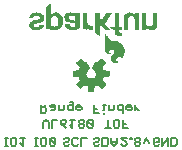
<source format=gbr>
G04 EAGLE Gerber RS-274X export*
G75*
%MOMM*%
%FSLAX34Y34*%
%LPD*%
%INSilkscreen Bottom*%
%IPPOS*%
%AMOC8*
5,1,8,0,0,1.08239X$1,22.5*%
G01*
%ADD10C,0.127000*%

G36*
X90835Y73280D02*
X90835Y73280D01*
X90943Y73294D01*
X90955Y73300D01*
X90969Y73302D01*
X91065Y73354D01*
X91162Y73401D01*
X91172Y73411D01*
X91184Y73417D01*
X91258Y73497D01*
X91335Y73573D01*
X91341Y73585D01*
X91351Y73596D01*
X91396Y73694D01*
X91444Y73791D01*
X91448Y73809D01*
X91452Y73818D01*
X91454Y73839D01*
X91473Y73936D01*
X91916Y78287D01*
X93075Y78658D01*
X93093Y78668D01*
X93190Y78706D01*
X94272Y79263D01*
X97662Y76499D01*
X97756Y76445D01*
X97848Y76388D01*
X97861Y76385D01*
X97873Y76378D01*
X97980Y76357D01*
X98085Y76332D01*
X98099Y76334D01*
X98113Y76331D01*
X98220Y76346D01*
X98328Y76356D01*
X98341Y76362D01*
X98355Y76364D01*
X98452Y76412D01*
X98551Y76457D01*
X98564Y76468D01*
X98573Y76472D01*
X98588Y76488D01*
X98665Y76550D01*
X101250Y79135D01*
X101313Y79224D01*
X101379Y79309D01*
X101384Y79322D01*
X101392Y79334D01*
X101423Y79437D01*
X101459Y79540D01*
X101459Y79554D01*
X101463Y79567D01*
X101459Y79675D01*
X101460Y79784D01*
X101455Y79797D01*
X101455Y79811D01*
X101417Y79913D01*
X101382Y80015D01*
X101373Y80030D01*
X101369Y80039D01*
X101355Y80056D01*
X101301Y80138D01*
X98537Y83528D01*
X99094Y84610D01*
X99100Y84630D01*
X99142Y84725D01*
X99513Y85884D01*
X103864Y86327D01*
X103968Y86355D01*
X104074Y86380D01*
X104086Y86387D01*
X104099Y86390D01*
X104189Y86451D01*
X104282Y86508D01*
X104290Y86519D01*
X104302Y86527D01*
X104368Y86613D01*
X104437Y86697D01*
X104441Y86710D01*
X104450Y86721D01*
X104484Y86824D01*
X104523Y86925D01*
X104524Y86943D01*
X104528Y86952D01*
X104528Y86974D01*
X104537Y87072D01*
X104537Y90728D01*
X104520Y90835D01*
X104506Y90943D01*
X104500Y90955D01*
X104498Y90969D01*
X104446Y91065D01*
X104399Y91162D01*
X104389Y91172D01*
X104383Y91184D01*
X104303Y91258D01*
X104227Y91335D01*
X104215Y91341D01*
X104205Y91351D01*
X104106Y91396D01*
X104009Y91444D01*
X103991Y91448D01*
X103982Y91452D01*
X103961Y91454D01*
X103864Y91473D01*
X99513Y91916D01*
X99142Y93075D01*
X99132Y93093D01*
X99094Y93190D01*
X98537Y94272D01*
X101301Y97662D01*
X101355Y97756D01*
X101412Y97848D01*
X101415Y97861D01*
X101422Y97873D01*
X101443Y97980D01*
X101468Y98085D01*
X101466Y98099D01*
X101469Y98113D01*
X101454Y98220D01*
X101444Y98328D01*
X101438Y98341D01*
X101436Y98355D01*
X101388Y98452D01*
X101343Y98551D01*
X101332Y98564D01*
X101328Y98573D01*
X101312Y98588D01*
X101250Y98665D01*
X98665Y101250D01*
X98576Y101313D01*
X98491Y101379D01*
X98478Y101384D01*
X98466Y101392D01*
X98363Y101423D01*
X98260Y101459D01*
X98246Y101459D01*
X98233Y101463D01*
X98125Y101459D01*
X98016Y101460D01*
X98003Y101455D01*
X97989Y101455D01*
X97887Y101417D01*
X97785Y101382D01*
X97770Y101373D01*
X97761Y101369D01*
X97744Y101355D01*
X97662Y101301D01*
X94272Y98537D01*
X93190Y99094D01*
X93137Y99111D01*
X93088Y99137D01*
X93022Y99148D01*
X92958Y99169D01*
X92902Y99168D01*
X92848Y99177D01*
X92781Y99166D01*
X92714Y99165D01*
X92662Y99147D01*
X92607Y99138D01*
X92547Y99106D01*
X92484Y99083D01*
X92441Y99049D01*
X92392Y99023D01*
X92345Y98974D01*
X92293Y98932D01*
X92263Y98885D01*
X92225Y98845D01*
X92168Y98740D01*
X92160Y98727D01*
X92159Y98722D01*
X92155Y98715D01*
X90002Y93518D01*
X89979Y93419D01*
X89950Y93321D01*
X89951Y93300D01*
X89946Y93280D01*
X89956Y93179D01*
X89961Y93078D01*
X89968Y93058D01*
X89970Y93037D01*
X90012Y92945D01*
X90049Y92850D01*
X90062Y92834D01*
X90071Y92815D01*
X90140Y92741D01*
X90205Y92663D01*
X90228Y92647D01*
X90238Y92637D01*
X90259Y92625D01*
X90326Y92578D01*
X91225Y92072D01*
X91912Y91428D01*
X92427Y90640D01*
X92739Y89752D01*
X92831Y88815D01*
X92698Y87883D01*
X92347Y87009D01*
X91798Y86244D01*
X91084Y85631D01*
X90244Y85206D01*
X89328Y84992D01*
X88386Y85002D01*
X87474Y85236D01*
X86644Y85679D01*
X85943Y86308D01*
X85411Y87085D01*
X85080Y87966D01*
X84967Y88901D01*
X85075Y89818D01*
X85395Y90686D01*
X85909Y91455D01*
X86588Y92082D01*
X87472Y92577D01*
X87552Y92641D01*
X87635Y92701D01*
X87647Y92717D01*
X87663Y92730D01*
X87718Y92816D01*
X87778Y92899D01*
X87784Y92918D01*
X87794Y92935D01*
X87819Y93034D01*
X87849Y93133D01*
X87848Y93152D01*
X87853Y93172D01*
X87844Y93274D01*
X87841Y93376D01*
X87833Y93401D01*
X87832Y93415D01*
X87823Y93437D01*
X87798Y93518D01*
X87690Y93779D01*
X86759Y96026D01*
X86759Y96027D01*
X85828Y98274D01*
X85645Y98715D01*
X85616Y98762D01*
X85595Y98814D01*
X85552Y98865D01*
X85516Y98922D01*
X85473Y98957D01*
X85437Y99000D01*
X85380Y99034D01*
X85328Y99077D01*
X85276Y99096D01*
X85228Y99125D01*
X85162Y99139D01*
X85099Y99163D01*
X85044Y99165D01*
X84990Y99176D01*
X84923Y99169D01*
X84856Y99171D01*
X84802Y99155D01*
X84747Y99148D01*
X84636Y99104D01*
X84622Y99100D01*
X84618Y99097D01*
X84610Y99094D01*
X83528Y98537D01*
X80138Y101301D01*
X80044Y101355D01*
X79952Y101412D01*
X79939Y101415D01*
X79927Y101422D01*
X79820Y101443D01*
X79715Y101468D01*
X79701Y101466D01*
X79687Y101469D01*
X79580Y101454D01*
X79472Y101444D01*
X79459Y101438D01*
X79446Y101436D01*
X79348Y101388D01*
X79249Y101343D01*
X79236Y101332D01*
X79227Y101328D01*
X79212Y101312D01*
X79135Y101250D01*
X76550Y98665D01*
X76487Y98576D01*
X76421Y98491D01*
X76416Y98478D01*
X76408Y98466D01*
X76377Y98363D01*
X76341Y98260D01*
X76341Y98246D01*
X76337Y98233D01*
X76341Y98125D01*
X76340Y98016D01*
X76345Y98003D01*
X76345Y97989D01*
X76383Y97887D01*
X76418Y97785D01*
X76427Y97770D01*
X76431Y97761D01*
X76445Y97744D01*
X76499Y97662D01*
X79263Y94272D01*
X78706Y93190D01*
X78700Y93170D01*
X78658Y93075D01*
X78287Y91916D01*
X73936Y91473D01*
X73832Y91445D01*
X73726Y91420D01*
X73714Y91413D01*
X73701Y91410D01*
X73611Y91349D01*
X73518Y91292D01*
X73510Y91281D01*
X73498Y91273D01*
X73432Y91187D01*
X73364Y91103D01*
X73359Y91090D01*
X73350Y91079D01*
X73316Y90976D01*
X73277Y90875D01*
X73276Y90857D01*
X73272Y90848D01*
X73273Y90826D01*
X73263Y90728D01*
X73263Y87072D01*
X73280Y86965D01*
X73294Y86857D01*
X73300Y86845D01*
X73302Y86831D01*
X73354Y86735D01*
X73401Y86638D01*
X73411Y86628D01*
X73417Y86616D01*
X73497Y86542D01*
X73573Y86465D01*
X73585Y86459D01*
X73596Y86449D01*
X73694Y86404D01*
X73791Y86356D01*
X73809Y86352D01*
X73818Y86348D01*
X73839Y86346D01*
X73936Y86327D01*
X78287Y85884D01*
X78658Y84725D01*
X78668Y84707D01*
X78706Y84610D01*
X79263Y83528D01*
X76499Y80138D01*
X76445Y80044D01*
X76388Y79952D01*
X76385Y79939D01*
X76378Y79927D01*
X76357Y79820D01*
X76332Y79715D01*
X76334Y79701D01*
X76331Y79687D01*
X76346Y79580D01*
X76356Y79472D01*
X76362Y79459D01*
X76364Y79446D01*
X76412Y79348D01*
X76457Y79249D01*
X76468Y79236D01*
X76472Y79227D01*
X76488Y79212D01*
X76550Y79135D01*
X79135Y76550D01*
X79224Y76487D01*
X79309Y76421D01*
X79322Y76416D01*
X79334Y76408D01*
X79437Y76377D01*
X79540Y76341D01*
X79554Y76341D01*
X79567Y76337D01*
X79675Y76341D01*
X79784Y76340D01*
X79797Y76345D01*
X79811Y76345D01*
X79913Y76383D01*
X80015Y76418D01*
X80030Y76427D01*
X80039Y76431D01*
X80056Y76445D01*
X80138Y76499D01*
X83528Y79263D01*
X84610Y78706D01*
X84630Y78700D01*
X84725Y78658D01*
X85884Y78287D01*
X86327Y73936D01*
X86355Y73832D01*
X86380Y73726D01*
X86387Y73714D01*
X86390Y73701D01*
X86451Y73611D01*
X86508Y73518D01*
X86519Y73510D01*
X86527Y73498D01*
X86613Y73432D01*
X86697Y73364D01*
X86710Y73359D01*
X86721Y73350D01*
X86824Y73316D01*
X86925Y73277D01*
X86943Y73276D01*
X86952Y73272D01*
X86974Y73273D01*
X87072Y73263D01*
X90728Y73263D01*
X90835Y73280D01*
G37*
G36*
X110351Y97956D02*
X110351Y97956D01*
X110352Y97955D01*
X111252Y98255D01*
X112052Y98555D01*
X112052Y98556D01*
X112652Y98856D01*
X112653Y98856D01*
X113053Y99156D01*
X113053Y99157D01*
X113054Y99156D01*
X113154Y99256D01*
X113154Y99258D01*
X113155Y99259D01*
X113154Y99261D01*
X113154Y99263D01*
X113152Y99263D01*
X113150Y99265D01*
X112850Y99265D01*
X112849Y99264D01*
X112848Y99265D01*
X112549Y99165D01*
X112251Y99165D01*
X111851Y99265D01*
X111352Y99365D01*
X110953Y99564D01*
X110554Y99864D01*
X110355Y100162D01*
X110255Y100462D01*
X110254Y100462D01*
X110155Y100662D01*
X110055Y100960D01*
X110155Y101258D01*
X110155Y101259D01*
X110255Y101658D01*
X110454Y101957D01*
X110454Y101958D01*
X110654Y102357D01*
X110953Y102656D01*
X111253Y102856D01*
X111653Y103156D01*
X111952Y103356D01*
X112751Y103755D01*
X113449Y103755D01*
X113748Y103656D01*
X114046Y103457D01*
X114145Y103158D01*
X114245Y102859D01*
X114245Y102060D01*
X114246Y102059D01*
X114245Y102058D01*
X114247Y102058D01*
X114249Y102055D01*
X114251Y102056D01*
X114252Y102056D01*
X115052Y102456D01*
X115053Y102457D01*
X115054Y102457D01*
X115854Y103357D01*
X115854Y103358D01*
X116554Y104558D01*
X116555Y104558D01*
X117055Y105958D01*
X117055Y105959D01*
X117355Y107559D01*
X117354Y107560D01*
X117355Y107560D01*
X117255Y109360D01*
X117254Y109361D01*
X117255Y109361D01*
X116755Y111161D01*
X116754Y111162D01*
X115754Y112962D01*
X115754Y112963D01*
X115054Y113863D01*
X115054Y113864D01*
X114254Y114664D01*
X114253Y114664D01*
X113453Y115364D01*
X112453Y115964D01*
X112452Y115964D01*
X112452Y115965D01*
X111452Y116365D01*
X111451Y116365D01*
X110351Y116665D01*
X109151Y116865D01*
X109150Y116865D01*
X107250Y116865D01*
X106652Y116965D01*
X106153Y117264D01*
X105653Y117664D01*
X105154Y118064D01*
X104654Y118663D01*
X104654Y118664D01*
X103354Y119963D01*
X102854Y120663D01*
X102854Y120664D01*
X102254Y121263D01*
X101754Y121863D01*
X101754Y121864D01*
X101254Y122363D01*
X100954Y122763D01*
X100954Y122764D01*
X100654Y123063D01*
X100454Y123363D01*
X100451Y123364D01*
X100450Y123365D01*
X100350Y123365D01*
X100345Y123361D01*
X100345Y123360D01*
X100345Y110560D01*
X100345Y110559D01*
X100545Y108759D01*
X100546Y108759D01*
X100545Y108758D01*
X100745Y108158D01*
X100746Y108158D01*
X101046Y107558D01*
X101046Y107557D01*
X101346Y107057D01*
X101347Y107057D01*
X101347Y107056D01*
X101847Y106756D01*
X102247Y106456D01*
X102248Y106456D01*
X102248Y106455D01*
X103248Y106055D01*
X103249Y106056D01*
X103249Y106055D01*
X103849Y105955D01*
X103850Y105955D01*
X104650Y105955D01*
X104651Y105956D01*
X104651Y105955D01*
X105051Y106055D01*
X105250Y106055D01*
X105251Y106056D01*
X105252Y106056D01*
X105452Y106156D01*
X105453Y106156D01*
X105453Y106158D01*
X105455Y106162D01*
X105453Y106162D01*
X105454Y106164D01*
X105354Y106264D01*
X105352Y106264D01*
X104952Y106464D01*
X104952Y106465D01*
X104653Y106564D01*
X104454Y106764D01*
X104254Y106963D01*
X104055Y107262D01*
X103955Y107561D01*
X103955Y107859D01*
X104055Y108158D01*
X104254Y108557D01*
X104553Y108856D01*
X104852Y109056D01*
X105351Y109255D01*
X105851Y109355D01*
X106649Y109355D01*
X107448Y109155D01*
X108047Y108756D01*
X108446Y108258D01*
X108645Y107659D01*
X108645Y106961D01*
X108346Y106263D01*
X107646Y105463D01*
X106846Y104563D01*
X106146Y103763D01*
X106146Y103762D01*
X105646Y102862D01*
X105645Y102861D01*
X105445Y101961D01*
X105445Y101960D01*
X105445Y101160D01*
X105446Y101159D01*
X105445Y101158D01*
X105745Y100258D01*
X105746Y100258D01*
X105746Y100257D01*
X106246Y99557D01*
X106247Y99557D01*
X106247Y99556D01*
X107147Y98756D01*
X107148Y98756D01*
X108248Y98156D01*
X108249Y98156D01*
X108249Y98155D01*
X109349Y97955D01*
X109350Y97955D01*
X110350Y97955D01*
X110351Y97956D01*
G37*
G36*
X58750Y125955D02*
X58750Y125955D01*
X60250Y126055D01*
X60251Y126056D01*
X60252Y126055D01*
X61652Y126555D01*
X61652Y126556D01*
X61653Y126556D01*
X62753Y127256D01*
X62753Y127257D01*
X62754Y127257D01*
X63654Y128257D01*
X64354Y129357D01*
X64354Y129358D01*
X64355Y129359D01*
X64755Y130659D01*
X65055Y132059D01*
X65055Y132060D01*
X65155Y133560D01*
X65055Y134960D01*
X65055Y134961D01*
X64755Y136261D01*
X64754Y136261D01*
X64755Y136262D01*
X64255Y137462D01*
X64254Y137462D01*
X63654Y138562D01*
X63653Y138563D01*
X63654Y138564D01*
X62754Y139464D01*
X62753Y139464D01*
X61653Y140264D01*
X61652Y140264D01*
X61652Y140265D01*
X60452Y140665D01*
X60451Y140664D01*
X60451Y140665D01*
X58951Y140865D01*
X58950Y140864D01*
X58949Y140865D01*
X57149Y140565D01*
X57149Y140564D01*
X57148Y140564D01*
X56548Y140264D01*
X56547Y140264D01*
X55547Y139664D01*
X55547Y139663D01*
X55546Y139663D01*
X54748Y138665D01*
X54655Y138665D01*
X54655Y148860D01*
X54654Y148861D01*
X54654Y148863D01*
X54652Y148863D01*
X54651Y148865D01*
X54649Y148863D01*
X54646Y148864D01*
X53747Y147964D01*
X52247Y146764D01*
X52246Y146764D01*
X51347Y145864D01*
X50847Y145464D01*
X50846Y145461D01*
X50845Y145460D01*
X50845Y126960D01*
X50848Y126957D01*
X50849Y126955D01*
X51249Y126855D01*
X51749Y126755D01*
X51750Y126755D01*
X52249Y126755D01*
X52649Y126655D01*
X53149Y126555D01*
X53549Y126455D01*
X54549Y126255D01*
X54550Y126256D01*
X54555Y126258D01*
X54554Y126259D01*
X54555Y126260D01*
X54555Y128046D01*
X54946Y127557D01*
X54947Y127557D01*
X54946Y127556D01*
X55346Y127156D01*
X55347Y127156D01*
X55847Y126756D01*
X56847Y126156D01*
X56849Y126156D01*
X56849Y126155D01*
X58049Y125955D01*
X58050Y125955D01*
X58750Y125955D01*
X58750Y125955D01*
G37*
G36*
X74451Y125955D02*
X74451Y125955D01*
X74951Y126055D01*
X75550Y126055D01*
X75551Y126055D01*
X76051Y126155D01*
X76051Y126156D01*
X76052Y126155D01*
X76551Y126355D01*
X77051Y126455D01*
X77051Y126456D01*
X77052Y126455D01*
X77552Y126655D01*
X77552Y126656D01*
X77553Y126656D01*
X78753Y127556D01*
X78753Y127557D01*
X78754Y127557D01*
X79054Y127957D01*
X79054Y127958D01*
X79254Y128358D01*
X79255Y128358D01*
X79455Y128858D01*
X79454Y128859D01*
X79455Y128859D01*
X79555Y129359D01*
X79555Y129360D01*
X79555Y138059D01*
X79654Y138258D01*
X79654Y138259D01*
X79655Y138260D01*
X79655Y139159D01*
X79754Y139358D01*
X79754Y139359D01*
X79755Y139360D01*
X79755Y139559D01*
X79854Y139758D01*
X79854Y139759D01*
X79855Y139760D01*
X79855Y140059D01*
X79954Y140257D01*
X80054Y140356D01*
X80054Y140358D01*
X80054Y140359D01*
X80055Y140360D01*
X80055Y140460D01*
X80051Y140465D01*
X80050Y140465D01*
X76150Y140465D01*
X76145Y140461D01*
X76145Y140460D01*
X76145Y140362D01*
X76046Y140264D01*
X76046Y140262D01*
X76045Y140261D01*
X76045Y140260D01*
X76045Y140162D01*
X75946Y140064D01*
X75946Y140062D01*
X75946Y140061D01*
X75945Y140060D01*
X75945Y139762D01*
X75846Y139664D01*
X75846Y139661D01*
X75845Y139660D01*
X75845Y139076D01*
X75654Y139363D01*
X75653Y139363D01*
X75653Y139364D01*
X75353Y139564D01*
X75154Y139764D01*
X75153Y139764D01*
X74853Y139964D01*
X74852Y139964D01*
X74852Y139965D01*
X74552Y140065D01*
X74253Y140264D01*
X74252Y140264D01*
X74252Y140265D01*
X73052Y140665D01*
X73051Y140664D01*
X73050Y140665D01*
X72751Y140665D01*
X72452Y140765D01*
X72451Y140764D01*
X72450Y140765D01*
X72051Y140765D01*
X71752Y140865D01*
X71751Y140864D01*
X71750Y140865D01*
X70650Y140865D01*
X70649Y140865D01*
X70150Y140765D01*
X69650Y140765D01*
X69649Y140764D01*
X69649Y140765D01*
X69249Y140665D01*
X69249Y140664D01*
X69248Y140665D01*
X68748Y140465D01*
X68748Y140464D01*
X68348Y140264D01*
X68347Y140264D01*
X68048Y140064D01*
X67648Y139864D01*
X67647Y139863D01*
X67646Y139864D01*
X67346Y139564D01*
X67346Y139563D01*
X67146Y139263D01*
X66846Y138863D01*
X66646Y138563D01*
X66646Y138562D01*
X66646Y138561D01*
X66645Y138561D01*
X66545Y138062D01*
X66346Y137662D01*
X66346Y137661D01*
X66345Y137660D01*
X66345Y137161D01*
X66245Y136661D01*
X66246Y136660D01*
X66245Y136659D01*
X66445Y135559D01*
X66446Y135559D01*
X66445Y135558D01*
X66745Y134658D01*
X66746Y134658D01*
X67146Y133958D01*
X67147Y133957D01*
X67147Y133956D01*
X67847Y133356D01*
X67848Y133356D01*
X68548Y132956D01*
X68548Y132955D01*
X69348Y132655D01*
X69349Y132655D01*
X70149Y132455D01*
X72849Y132155D01*
X73549Y132055D01*
X74249Y131855D01*
X74848Y131656D01*
X75347Y131356D01*
X75645Y130958D01*
X75645Y129861D01*
X75346Y129263D01*
X75246Y129164D01*
X75246Y129162D01*
X75146Y128964D01*
X74549Y128665D01*
X74350Y128665D01*
X74349Y128664D01*
X74348Y128664D01*
X74149Y128565D01*
X72351Y128565D01*
X71353Y129064D01*
X70954Y129463D01*
X70855Y129662D01*
X70755Y129962D01*
X70754Y129962D01*
X70655Y130161D01*
X70655Y130660D01*
X70651Y130665D01*
X70650Y130665D01*
X66750Y130665D01*
X66749Y130664D01*
X66745Y130661D01*
X66746Y130660D01*
X66745Y130659D01*
X66945Y129459D01*
X66946Y129459D01*
X66945Y129458D01*
X67145Y128858D01*
X67146Y128858D01*
X67146Y128857D01*
X67446Y128457D01*
X67746Y127957D01*
X68046Y127557D01*
X68047Y127557D01*
X68047Y127556D01*
X68447Y127256D01*
X69447Y126656D01*
X69448Y126656D01*
X69448Y126655D01*
X69948Y126455D01*
X69949Y126456D01*
X69949Y126455D01*
X70449Y126355D01*
X71048Y126155D01*
X71049Y126156D01*
X71049Y126155D01*
X71649Y126055D01*
X72149Y125955D01*
X72150Y125955D01*
X74450Y125955D01*
X74451Y125955D01*
G37*
G36*
X96251Y120956D02*
X96251Y120956D01*
X96254Y120957D01*
X96254Y120959D01*
X96255Y120960D01*
X96255Y131348D01*
X101146Y126257D01*
X101149Y126256D01*
X101150Y126255D01*
X105750Y126255D01*
X105751Y126256D01*
X105753Y126256D01*
X105753Y126258D01*
X105755Y126259D01*
X105753Y126261D01*
X105754Y126264D01*
X100456Y131461D01*
X106354Y140457D01*
X106354Y140459D01*
X106355Y140459D01*
X106354Y140461D01*
X106353Y140464D01*
X106351Y140464D01*
X106350Y140465D01*
X101650Y140465D01*
X101648Y140463D01*
X101646Y140463D01*
X97749Y134168D01*
X96255Y135562D01*
X96255Y140460D01*
X96251Y140465D01*
X96250Y140465D01*
X92350Y140465D01*
X92345Y140461D01*
X92345Y140460D01*
X92345Y123060D01*
X92347Y123058D01*
X92348Y123056D01*
X96248Y120956D01*
X96249Y120956D01*
X96249Y120955D01*
X96251Y120956D01*
G37*
G36*
X139850Y125955D02*
X139850Y125955D01*
X141250Y126055D01*
X141251Y126056D01*
X141251Y126055D01*
X142351Y126355D01*
X142352Y126356D01*
X143252Y126856D01*
X143253Y126857D01*
X143254Y126856D01*
X143954Y127556D01*
X143954Y127557D01*
X144454Y128357D01*
X144454Y128358D01*
X144455Y128359D01*
X144755Y129359D01*
X144955Y130459D01*
X144955Y130460D01*
X145055Y131760D01*
X145055Y140460D01*
X145051Y140465D01*
X145050Y140465D01*
X141150Y140465D01*
X141145Y140461D01*
X141145Y140460D01*
X141145Y132460D01*
X141045Y131661D01*
X140945Y130961D01*
X140845Y130362D01*
X140546Y129863D01*
X140247Y129464D01*
X139748Y129165D01*
X139249Y129065D01*
X138650Y128965D01*
X137851Y129065D01*
X137252Y129165D01*
X136753Y129464D01*
X136354Y129963D01*
X136055Y130462D01*
X135755Y131161D01*
X135655Y132060D01*
X135655Y140460D01*
X135651Y140465D01*
X135650Y140465D01*
X131750Y140465D01*
X131745Y140461D01*
X131745Y140460D01*
X131745Y126260D01*
X131749Y126255D01*
X131750Y126255D01*
X135450Y126255D01*
X135455Y126259D01*
X135455Y126260D01*
X135455Y128255D01*
X135547Y128255D01*
X135946Y127657D01*
X135947Y127657D01*
X135946Y127656D01*
X136346Y127256D01*
X136347Y127256D01*
X136847Y126856D01*
X137447Y126456D01*
X137448Y126456D01*
X137448Y126455D01*
X138648Y126055D01*
X138649Y126056D01*
X138649Y126055D01*
X139249Y125955D01*
X139250Y125955D01*
X139850Y125955D01*
X139850Y125955D01*
G37*
G36*
X120255Y126259D02*
X120255Y126259D01*
X120255Y126260D01*
X120255Y134260D01*
X120355Y135059D01*
X120455Y135859D01*
X120555Y136458D01*
X120854Y136857D01*
X121153Y137256D01*
X121652Y137555D01*
X122151Y137655D01*
X122750Y137755D01*
X123549Y137655D01*
X124148Y137555D01*
X124647Y137256D01*
X125046Y136857D01*
X125345Y136258D01*
X125645Y135559D01*
X125745Y134760D01*
X125745Y126260D01*
X125749Y126255D01*
X125750Y126255D01*
X129650Y126255D01*
X129655Y126259D01*
X129655Y126260D01*
X129655Y140460D01*
X129651Y140465D01*
X129650Y140465D01*
X125950Y140465D01*
X125945Y140461D01*
X125945Y140460D01*
X125945Y138465D01*
X125853Y138465D01*
X125454Y139063D01*
X125054Y139563D01*
X125053Y139563D01*
X125053Y139564D01*
X124553Y139964D01*
X124552Y139964D01*
X123952Y140264D01*
X123952Y140265D01*
X123452Y140465D01*
X122852Y140665D01*
X122851Y140665D01*
X122151Y140765D01*
X121551Y140865D01*
X121550Y140865D01*
X121524Y140863D01*
X121455Y140858D01*
X121385Y140853D01*
X121316Y140848D01*
X121246Y140843D01*
X121176Y140838D01*
X121107Y140833D01*
X121037Y140828D01*
X120968Y140823D01*
X120898Y140818D01*
X120829Y140813D01*
X120759Y140809D01*
X120690Y140804D01*
X120689Y140804D01*
X120620Y140799D01*
X120550Y140794D01*
X120481Y140789D01*
X120411Y140784D01*
X120342Y140779D01*
X120272Y140774D01*
X120203Y140769D01*
X120150Y140765D01*
X120149Y140764D01*
X120148Y140765D01*
X119048Y140365D01*
X119048Y140364D01*
X118148Y139864D01*
X118147Y139864D01*
X117447Y139264D01*
X117447Y139263D01*
X117446Y139262D01*
X116946Y138362D01*
X116945Y138361D01*
X116645Y137361D01*
X116445Y136261D01*
X116445Y136260D01*
X116445Y126260D01*
X116449Y126255D01*
X116450Y126255D01*
X120250Y126255D01*
X120255Y126259D01*
G37*
G36*
X43750Y125955D02*
X43750Y125955D01*
X43751Y125955D01*
X44851Y126155D01*
X45851Y126455D01*
X45852Y126456D01*
X45852Y126455D01*
X46752Y126855D01*
X46752Y126856D01*
X46753Y126856D01*
X47553Y127456D01*
X47553Y127457D01*
X47554Y127457D01*
X48154Y128257D01*
X48154Y128258D01*
X48654Y129258D01*
X48655Y129259D01*
X48654Y129259D01*
X48655Y129259D01*
X48855Y130459D01*
X48854Y130460D01*
X48851Y130465D01*
X48851Y130464D01*
X48850Y130465D01*
X45150Y130465D01*
X45146Y130462D01*
X45145Y130461D01*
X45045Y129961D01*
X44846Y129462D01*
X44646Y129164D01*
X44348Y128964D01*
X43948Y128765D01*
X43449Y128565D01*
X41751Y128565D01*
X41452Y128665D01*
X41451Y128665D01*
X41051Y128765D01*
X40753Y128864D01*
X40554Y129163D01*
X40355Y129462D01*
X40355Y129859D01*
X40455Y130258D01*
X40754Y130656D01*
X41153Y130956D01*
X41752Y131255D01*
X42351Y131455D01*
X43151Y131555D01*
X45551Y132155D01*
X46451Y132355D01*
X46452Y132356D01*
X47852Y133156D01*
X47853Y133156D01*
X48453Y133656D01*
X48453Y133657D01*
X48454Y133657D01*
X48854Y134257D01*
X48854Y134258D01*
X48855Y134258D01*
X49155Y134958D01*
X49154Y134959D01*
X49155Y134959D01*
X49255Y135859D01*
X49254Y135860D01*
X49255Y135861D01*
X49055Y137161D01*
X49054Y137161D01*
X49055Y137162D01*
X48655Y138262D01*
X48654Y138262D01*
X48654Y138263D01*
X48054Y139063D01*
X48053Y139063D01*
X48053Y139064D01*
X47253Y139764D01*
X47252Y139764D01*
X46252Y140264D01*
X46251Y140265D01*
X45151Y140565D01*
X43951Y140765D01*
X43950Y140765D01*
X42750Y140865D01*
X41550Y140765D01*
X41549Y140765D01*
X40349Y140565D01*
X39249Y140265D01*
X39248Y140264D01*
X38248Y139764D01*
X38247Y139764D01*
X37447Y139064D01*
X37447Y139063D01*
X37446Y139063D01*
X36746Y138163D01*
X36746Y138162D01*
X36745Y138162D01*
X36345Y137162D01*
X36346Y137161D01*
X36345Y137161D01*
X36145Y135861D01*
X36145Y135860D01*
X36149Y135855D01*
X36149Y135856D01*
X36150Y135855D01*
X39850Y135855D01*
X39855Y135859D01*
X39855Y135860D01*
X39855Y136459D01*
X40054Y136957D01*
X40354Y137356D01*
X40753Y137656D01*
X41152Y137955D01*
X41751Y138055D01*
X42251Y138155D01*
X42850Y138255D01*
X43249Y138155D01*
X43250Y138156D01*
X43250Y138155D01*
X43649Y138155D01*
X44048Y138055D01*
X44447Y137856D01*
X44847Y137556D01*
X45146Y137257D01*
X45245Y136859D01*
X45345Y136460D01*
X45245Y136062D01*
X45046Y135663D01*
X44647Y135364D01*
X44148Y135065D01*
X43549Y134865D01*
X41949Y134465D01*
X40949Y134265D01*
X40049Y134065D01*
X40049Y134064D01*
X40048Y134065D01*
X39248Y133765D01*
X38548Y133465D01*
X38548Y133464D01*
X37848Y133064D01*
X37847Y133064D01*
X37247Y132664D01*
X37247Y132663D01*
X37246Y132663D01*
X36846Y132063D01*
X36846Y132062D01*
X36845Y132062D01*
X36545Y131362D01*
X36546Y131362D01*
X36546Y131361D01*
X36545Y131361D01*
X36445Y130461D01*
X36445Y130460D01*
X36545Y129260D01*
X36546Y129259D01*
X36545Y129258D01*
X36945Y128258D01*
X36946Y128258D01*
X36946Y128257D01*
X37646Y127457D01*
X37647Y127457D01*
X37647Y127456D01*
X38347Y126856D01*
X38348Y126856D01*
X39348Y126356D01*
X39349Y126356D01*
X39349Y126355D01*
X40349Y126155D01*
X41449Y125955D01*
X41450Y125955D01*
X43750Y125955D01*
X43750Y125955D01*
G37*
G36*
X115251Y120956D02*
X115251Y120956D01*
X115252Y120956D01*
X115452Y121056D01*
X115453Y121059D01*
X115454Y121059D01*
X115455Y121060D01*
X115455Y123860D01*
X115451Y123865D01*
X115450Y123865D01*
X113751Y123865D01*
X113352Y123965D01*
X112953Y124164D01*
X112754Y124462D01*
X112655Y124661D01*
X112655Y125060D01*
X112654Y125061D01*
X112655Y125061D01*
X112555Y125461D01*
X112555Y126255D01*
X115250Y126255D01*
X115255Y126259D01*
X115255Y126260D01*
X115255Y128860D01*
X115251Y128865D01*
X115250Y128865D01*
X112555Y128865D01*
X112555Y140460D01*
X112551Y140465D01*
X112550Y140465D01*
X108750Y140465D01*
X108745Y140461D01*
X108745Y140460D01*
X108745Y128865D01*
X104850Y128865D01*
X104848Y128864D01*
X104846Y128863D01*
X104847Y128862D01*
X104845Y128861D01*
X104847Y128859D01*
X104847Y128856D01*
X105247Y128556D01*
X106846Y126956D01*
X106847Y126956D01*
X107246Y126656D01*
X107546Y126257D01*
X107549Y126256D01*
X107550Y126255D01*
X108745Y126255D01*
X108745Y124260D01*
X108746Y124259D01*
X108745Y124258D01*
X109045Y123458D01*
X109345Y122758D01*
X109346Y122758D01*
X109346Y122757D01*
X109846Y122157D01*
X109847Y122157D01*
X109847Y122156D01*
X110547Y121656D01*
X110548Y121656D01*
X111348Y121256D01*
X111349Y121255D01*
X112349Y120955D01*
X112349Y120956D01*
X112350Y120955D01*
X115250Y120955D01*
X115251Y120956D01*
G37*
G36*
X90652Y125957D02*
X90652Y125957D01*
X90654Y125956D01*
X90752Y126055D01*
X90850Y126055D01*
X90855Y126059D01*
X90855Y126060D01*
X90855Y129660D01*
X90851Y129665D01*
X90850Y129665D01*
X90750Y129665D01*
X90749Y129664D01*
X90748Y129664D01*
X90549Y129565D01*
X89450Y129565D01*
X88451Y129665D01*
X87652Y129865D01*
X86953Y130264D01*
X86454Y130863D01*
X86055Y131562D01*
X85855Y132261D01*
X85655Y133161D01*
X85655Y140460D01*
X85651Y140465D01*
X85650Y140465D01*
X81750Y140465D01*
X81745Y140461D01*
X81745Y140460D01*
X81745Y126960D01*
X81748Y126956D01*
X81749Y126955D01*
X82249Y126855D01*
X82649Y126755D01*
X82650Y126756D01*
X82650Y126755D01*
X83150Y126755D01*
X83649Y126655D01*
X84049Y126555D01*
X84549Y126455D01*
X85049Y126355D01*
X85449Y126255D01*
X85450Y126256D01*
X85455Y126258D01*
X85454Y126259D01*
X85455Y126260D01*
X85455Y128941D01*
X85846Y128258D01*
X85846Y128257D01*
X86246Y127757D01*
X86746Y127157D01*
X86747Y127157D01*
X86747Y127156D01*
X87247Y126756D01*
X87248Y126756D01*
X87948Y126356D01*
X87948Y126355D01*
X88548Y126155D01*
X88549Y126155D01*
X89249Y125955D01*
X89249Y125956D01*
X89250Y125955D01*
X90650Y125955D01*
X90652Y125957D01*
G37*
%LPC*%
G36*
X57051Y128965D02*
X57051Y128965D01*
X56253Y129264D01*
X55753Y129664D01*
X55254Y130263D01*
X54955Y130962D01*
X54655Y131761D01*
X54555Y132560D01*
X54555Y134259D01*
X54755Y135059D01*
X54955Y135858D01*
X55254Y136557D01*
X55753Y137056D01*
X56352Y137556D01*
X57051Y137755D01*
X57950Y137855D01*
X58749Y137755D01*
X59548Y137555D01*
X60146Y137057D01*
X60546Y136557D01*
X60845Y135858D01*
X61145Y135059D01*
X61245Y134260D01*
X61245Y132560D01*
X61145Y131761D01*
X60845Y130962D01*
X60546Y130263D01*
X60047Y129664D01*
X59448Y129264D01*
X58749Y128965D01*
X57850Y128865D01*
X57051Y128965D01*
G37*
%LPD*%
%LPC*%
G36*
X75454Y133764D02*
X75454Y133764D01*
X75451Y133764D01*
X75450Y133765D01*
X75251Y133765D01*
X74852Y133964D01*
X74851Y133964D01*
X74851Y133965D01*
X74850Y133965D01*
X74651Y133965D01*
X74452Y134064D01*
X74451Y134064D01*
X74450Y134065D01*
X74051Y134065D01*
X73852Y134164D01*
X73851Y134164D01*
X73850Y134165D01*
X73651Y134165D01*
X73352Y134265D01*
X73351Y134264D01*
X73350Y134265D01*
X72951Y134265D01*
X72652Y134365D01*
X72651Y134364D01*
X72650Y134365D01*
X72251Y134365D01*
X72052Y134464D01*
X72051Y134464D01*
X72050Y134465D01*
X71851Y134465D01*
X71552Y134565D01*
X71353Y134664D01*
X71254Y134764D01*
X71252Y134764D01*
X70853Y134964D01*
X70754Y135064D01*
X70752Y135064D01*
X70554Y135164D01*
X70255Y135761D01*
X70255Y135960D01*
X70254Y135961D01*
X70254Y135962D01*
X70155Y136161D01*
X70155Y136659D01*
X70255Y136958D01*
X70254Y136959D01*
X70255Y136960D01*
X70255Y137159D01*
X70354Y137357D01*
X70454Y137456D01*
X70454Y137458D01*
X70554Y137656D01*
X70752Y137756D01*
X70753Y137757D01*
X70754Y137756D01*
X70853Y137856D01*
X71251Y138055D01*
X71450Y138055D01*
X71451Y138056D01*
X71452Y138056D01*
X71651Y138155D01*
X71850Y138155D01*
X71851Y138156D01*
X71852Y138156D01*
X72051Y138255D01*
X72550Y138255D01*
X73049Y138155D01*
X73050Y138155D01*
X73549Y138155D01*
X73948Y137956D01*
X73949Y137956D01*
X73949Y137955D01*
X74348Y137855D01*
X74647Y137656D01*
X74846Y137457D01*
X75046Y137157D01*
X75047Y137157D01*
X75046Y137156D01*
X75246Y136957D01*
X75345Y136658D01*
X75445Y136358D01*
X75446Y136358D01*
X75545Y136158D01*
X75645Y135859D01*
X75645Y133572D01*
X75454Y133764D01*
G37*
%LPD*%
D10*
X146385Y29205D02*
X145241Y28061D01*
X142953Y28061D01*
X141809Y29205D01*
X141809Y33781D01*
X142953Y34925D01*
X145241Y34925D01*
X146385Y33781D01*
X146385Y31493D01*
X144097Y31493D01*
X149293Y34925D02*
X149293Y28061D01*
X153869Y34925D01*
X153869Y28061D01*
X156777Y28061D02*
X156777Y34925D01*
X160209Y34925D01*
X161353Y33781D01*
X161353Y29205D01*
X160209Y28061D01*
X156777Y28061D01*
X119114Y34925D02*
X114538Y34925D01*
X119114Y30349D01*
X119114Y29205D01*
X117970Y28061D01*
X115682Y28061D01*
X114538Y29205D01*
X122022Y33781D02*
X122022Y34925D01*
X122022Y33781D02*
X123166Y33781D01*
X123166Y34925D01*
X122022Y34925D01*
X125764Y29205D02*
X126908Y28061D01*
X129196Y28061D01*
X130340Y29205D01*
X130340Y30349D01*
X129196Y31493D01*
X130340Y32637D01*
X130340Y33781D01*
X129196Y34925D01*
X126908Y34925D01*
X125764Y33781D01*
X125764Y32637D01*
X126908Y31493D01*
X125764Y30349D01*
X125764Y29205D01*
X126908Y31493D02*
X129196Y31493D01*
X133248Y30349D02*
X135536Y34925D01*
X137824Y30349D01*
X95585Y29205D02*
X94441Y28061D01*
X92153Y28061D01*
X91009Y29205D01*
X91009Y30349D01*
X92153Y31493D01*
X94441Y31493D01*
X95585Y32637D01*
X95585Y33781D01*
X94441Y34925D01*
X92153Y34925D01*
X91009Y33781D01*
X98493Y34925D02*
X98493Y28061D01*
X98493Y34925D02*
X101925Y34925D01*
X103069Y33781D01*
X103069Y29205D01*
X101925Y28061D01*
X98493Y28061D01*
X105977Y30349D02*
X105977Y34925D01*
X105977Y30349D02*
X108265Y28061D01*
X110553Y30349D01*
X110553Y34925D01*
X110553Y31493D02*
X105977Y31493D01*
X70185Y29205D02*
X69041Y28061D01*
X66753Y28061D01*
X65609Y29205D01*
X65609Y30349D01*
X66753Y31493D01*
X69041Y31493D01*
X70185Y32637D01*
X70185Y33781D01*
X69041Y34925D01*
X66753Y34925D01*
X65609Y33781D01*
X76525Y28061D02*
X77669Y29205D01*
X76525Y28061D02*
X74237Y28061D01*
X73093Y29205D01*
X73093Y33781D01*
X74237Y34925D01*
X76525Y34925D01*
X77669Y33781D01*
X80577Y34925D02*
X80577Y28061D01*
X80577Y34925D02*
X85153Y34925D01*
X43744Y34925D02*
X41456Y34925D01*
X42600Y34925D02*
X42600Y28061D01*
X41456Y28061D02*
X43744Y28061D01*
X47590Y28061D02*
X49877Y28061D01*
X47590Y28061D02*
X46446Y29205D01*
X46446Y33781D01*
X47590Y34925D01*
X49877Y34925D01*
X51021Y33781D01*
X51021Y29205D01*
X49877Y28061D01*
X53930Y29205D02*
X53930Y33781D01*
X53930Y29205D02*
X55074Y28061D01*
X57362Y28061D01*
X58506Y29205D01*
X58506Y33781D01*
X57362Y34925D01*
X55074Y34925D01*
X53930Y33781D01*
X58506Y29205D01*
X18344Y34925D02*
X16056Y34925D01*
X17200Y34925D02*
X17200Y28061D01*
X16056Y28061D02*
X18344Y28061D01*
X22190Y28061D02*
X24477Y28061D01*
X22190Y28061D02*
X21046Y29205D01*
X21046Y33781D01*
X22190Y34925D01*
X24477Y34925D01*
X25621Y33781D01*
X25621Y29205D01*
X24477Y28061D01*
X28530Y30349D02*
X30818Y28061D01*
X30818Y34925D01*
X28530Y34925D02*
X33106Y34925D01*
X48372Y43301D02*
X48372Y47877D01*
X50660Y50165D01*
X52948Y47877D01*
X52948Y43301D01*
X55856Y43301D02*
X55856Y50165D01*
X60432Y50165D01*
X65628Y44445D02*
X67916Y43301D01*
X65628Y44445D02*
X63340Y46733D01*
X63340Y49021D01*
X64484Y50165D01*
X66772Y50165D01*
X67916Y49021D01*
X67916Y47877D01*
X66772Y46733D01*
X63340Y46733D01*
X70825Y45589D02*
X73113Y43301D01*
X73113Y50165D01*
X70825Y50165D02*
X75401Y50165D01*
X78309Y44445D02*
X79453Y43301D01*
X81741Y43301D01*
X82885Y44445D01*
X82885Y45589D01*
X81741Y46733D01*
X82885Y47877D01*
X82885Y49021D01*
X81741Y50165D01*
X79453Y50165D01*
X78309Y49021D01*
X78309Y47877D01*
X79453Y46733D01*
X78309Y45589D01*
X78309Y44445D01*
X79453Y46733D02*
X81741Y46733D01*
X85793Y49021D02*
X85793Y44445D01*
X86937Y43301D01*
X89225Y43301D01*
X90369Y44445D01*
X90369Y49021D01*
X89225Y50165D01*
X86937Y50165D01*
X85793Y49021D01*
X90369Y44445D01*
X103049Y43301D02*
X103049Y50165D01*
X100761Y43301D02*
X105337Y43301D01*
X109389Y43301D02*
X111677Y43301D01*
X109389Y43301D02*
X108245Y44445D01*
X108245Y49021D01*
X109389Y50165D01*
X111677Y50165D01*
X112821Y49021D01*
X112821Y44445D01*
X111677Y43301D01*
X115730Y43301D02*
X115730Y50165D01*
X115730Y43301D02*
X120305Y43301D01*
X118018Y46733D02*
X115730Y46733D01*
X46501Y56001D02*
X46501Y62865D01*
X46501Y56001D02*
X49933Y56001D01*
X51077Y57145D01*
X51077Y59433D01*
X49933Y60577D01*
X46501Y60577D01*
X48789Y60577D02*
X51077Y62865D01*
X55129Y58289D02*
X57417Y58289D01*
X58561Y59433D01*
X58561Y62865D01*
X55129Y62865D01*
X53985Y61721D01*
X55129Y60577D01*
X58561Y60577D01*
X61469Y62865D02*
X61469Y58289D01*
X64901Y58289D01*
X66045Y59433D01*
X66045Y62865D01*
X71242Y65153D02*
X72386Y65153D01*
X73530Y64009D01*
X73530Y58289D01*
X70098Y58289D01*
X68954Y59433D01*
X68954Y61721D01*
X70098Y62865D01*
X73530Y62865D01*
X77582Y62865D02*
X79870Y62865D01*
X77582Y62865D02*
X76438Y61721D01*
X76438Y59433D01*
X77582Y58289D01*
X79870Y58289D01*
X81014Y59433D01*
X81014Y60577D01*
X76438Y60577D01*
X91406Y62865D02*
X91406Y56001D01*
X95982Y56001D01*
X93694Y59433D02*
X91406Y59433D01*
X98890Y58289D02*
X100034Y58289D01*
X100034Y62865D01*
X98890Y62865D02*
X101178Y62865D01*
X100034Y56001D02*
X100034Y54857D01*
X103880Y58289D02*
X103880Y62865D01*
X103880Y58289D02*
X107312Y58289D01*
X108456Y59433D01*
X108456Y62865D01*
X115940Y62865D02*
X115940Y56001D01*
X115940Y62865D02*
X112508Y62865D01*
X111364Y61721D01*
X111364Y59433D01*
X112508Y58289D01*
X115940Y58289D01*
X119992Y62865D02*
X122280Y62865D01*
X119992Y62865D02*
X118848Y61721D01*
X118848Y59433D01*
X119992Y58289D01*
X122280Y58289D01*
X123424Y59433D01*
X123424Y60577D01*
X118848Y60577D01*
X126332Y62865D02*
X126332Y58289D01*
X126332Y60577D02*
X128620Y58289D01*
X129764Y58289D01*
M02*

</source>
